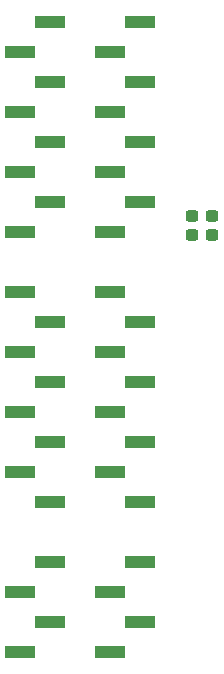
<source format=gbr>
G04 #@! TF.GenerationSoftware,KiCad,Pcbnew,9.0.6*
G04 #@! TF.CreationDate,2025-12-02T20:13:04+09:00*
G04 #@! TF.ProjectId,bionic-z180f,62696f6e-6963-42d7-9a31-3830662e6b69,2*
G04 #@! TF.SameCoordinates,Original*
G04 #@! TF.FileFunction,Paste,Bot*
G04 #@! TF.FilePolarity,Positive*
%FSLAX46Y46*%
G04 Gerber Fmt 4.6, Leading zero omitted, Abs format (unit mm)*
G04 Created by KiCad (PCBNEW 9.0.6) date 2025-12-02 20:13:04*
%MOMM*%
%LPD*%
G01*
G04 APERTURE LIST*
G04 Aperture macros list*
%AMRoundRect*
0 Rectangle with rounded corners*
0 $1 Rounding radius*
0 $2 $3 $4 $5 $6 $7 $8 $9 X,Y pos of 4 corners*
0 Add a 4 corners polygon primitive as box body*
4,1,4,$2,$3,$4,$5,$6,$7,$8,$9,$2,$3,0*
0 Add four circle primitives for the rounded corners*
1,1,$1+$1,$2,$3*
1,1,$1+$1,$4,$5*
1,1,$1+$1,$6,$7*
1,1,$1+$1,$8,$9*
0 Add four rect primitives between the rounded corners*
20,1,$1+$1,$2,$3,$4,$5,0*
20,1,$1+$1,$4,$5,$6,$7,0*
20,1,$1+$1,$6,$7,$8,$9,0*
20,1,$1+$1,$8,$9,$2,$3,0*%
G04 Aperture macros list end*
%ADD10R,2.510000X1.000000*%
%ADD11RoundRect,0.237500X0.300000X0.237500X-0.300000X0.237500X-0.300000X-0.237500X0.300000X-0.237500X0*%
G04 APERTURE END LIST*
D10*
X116265400Y-130960000D03*
X118754600Y-128420000D03*
X116265400Y-125880000D03*
X118754600Y-123340000D03*
X118754600Y-118260000D03*
X116265400Y-115720000D03*
X118754600Y-113180000D03*
X116265400Y-110640000D03*
X118754600Y-108100000D03*
X116265400Y-105560000D03*
X118754600Y-103020000D03*
X116265400Y-100480000D03*
X116265400Y-95400000D03*
X118754600Y-92860000D03*
X116265400Y-90320000D03*
X118754600Y-87780000D03*
X116265400Y-85240000D03*
X118754600Y-82700000D03*
X116265400Y-80160000D03*
X118754600Y-77620000D03*
X111134600Y-77620000D03*
X108645400Y-80160000D03*
X111134600Y-82700000D03*
X108645400Y-85240000D03*
X111134600Y-87780000D03*
X108645400Y-90320000D03*
X111134600Y-92860000D03*
X108645400Y-95400000D03*
X108645400Y-100480000D03*
X111134600Y-103020000D03*
X108645400Y-105560000D03*
X111134600Y-108100000D03*
X108645400Y-110640000D03*
X111134600Y-113180000D03*
X108645400Y-115720000D03*
X111134600Y-118260000D03*
X111134600Y-123340000D03*
X108645400Y-125880000D03*
X111134600Y-128420000D03*
X108645400Y-130960000D03*
D11*
X124923500Y-94028400D03*
X123198500Y-94028400D03*
X124924600Y-95628600D03*
X123199600Y-95628600D03*
M02*

</source>
